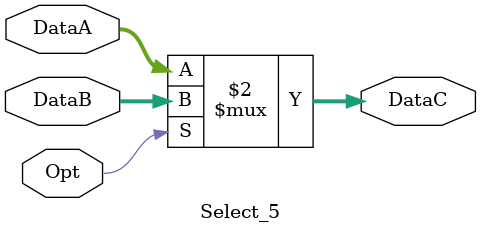
<source format=v>
`timescale 1ns / 1ps


module Select_5(
    input Opt,
    input[4:0] DataA,
    input[4:0] DataB,
    output[4:0] DataC
    );
  assign DataC = (Opt == 1'b0 ? DataA : DataB);
endmodule

</source>
